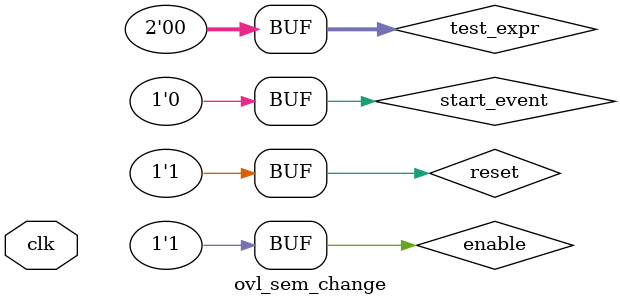
<source format=sv>
module ovl_sem_change(input logic clk);
  logic reset = 1'b1;
  logic enable = 1'b1;
`ifdef FAIL
  logic start_event = 1'b1;
`else
  logic start_event = 1'b0;
`endif
  logic [1:0] test_expr = 2'b00;

  ovl_change #(
      .width(2),
      .num_cks(2)) dut (
      .clock(clk),
      .reset(reset),
      .enable(enable),
      .start_event(start_event),
      .test_expr(test_expr),
      .fire());
endmodule

</source>
